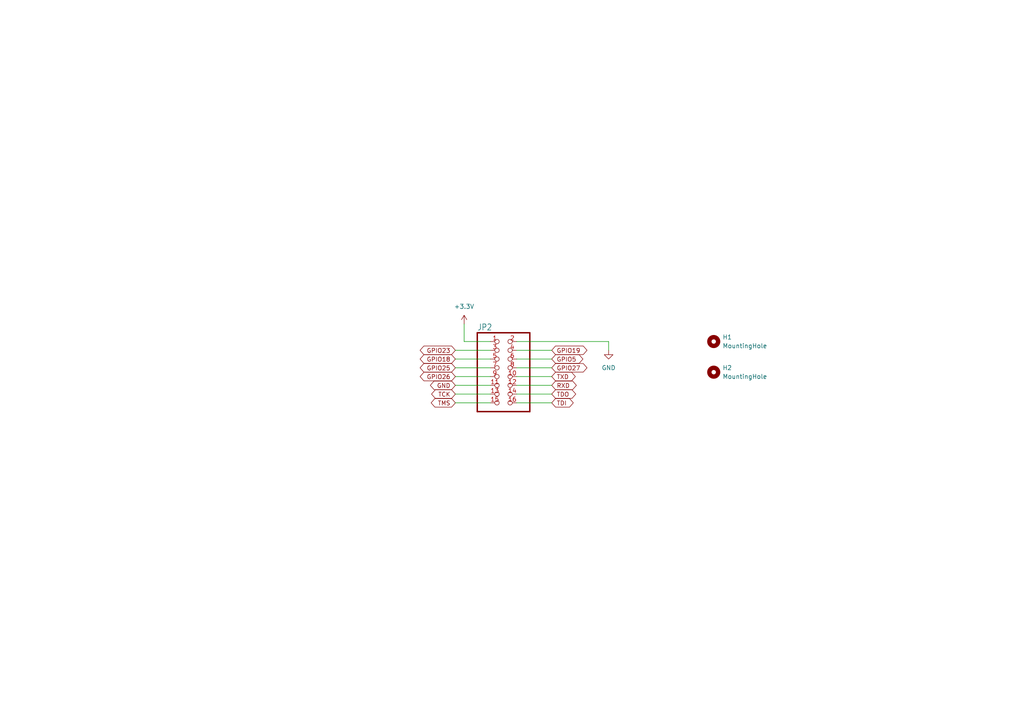
<source format=kicad_sch>
(kicad_sch (version 20230121) (generator eeschema)
  (paper "A4")
  (lib_symbols
    (symbol "Mechanical:MountingHole" (pin_names (offset 1.016))
      (property "Reference" "H" (at 0 5.08 0))
      (property "Value" "MountingHole" (at 0 3.175 0))
      (symbol "MountingHole_0_1"
        (circle (center 0 0) (radius 1.27) (stroke (width 1.27)))
      )
    )
    (symbol "controller-eagle-import:PINHD-2X8"
      (property "Reference" "JP" (at -6.35 10.795 0))
      (symbol "PINHD-2X8_1_0"
        (polyline (pts (xy -6.35 -12.7) (xy 8.89 -12.7)) (stroke (width 0.4064)))
        (polyline (pts (xy -6.35 10.16) (xy -6.35 -12.7)) (stroke (width 0.4064)))
        (polyline (pts (xy 8.89 -12.7) (xy 8.89 10.16)) (stroke (width 0.4064)))
        (polyline (pts (xy 8.89 10.16) (xy -6.35 10.16)) (stroke (width 0.4064)))
        (pin passive inverted (at -2.54 7.62 0) (length 2.54) (name "1") (number "1"))
        (pin passive inverted (at 5.08 -2.54 180) (length 2.54) (name "10") (number "10"))
        (pin passive inverted (at -2.54 -5.08 0) (length 2.54) (name "11") (number "11"))
        (pin passive inverted (at 5.08 -5.08 180) (length 2.54) (name "12") (number "12"))
        (pin passive inverted (at -2.54 -7.62 0) (length 2.54) (name "13") (number "13"))
        (pin passive inverted (at 5.08 -7.62 180) (length 2.54) (name "14") (number "14"))
        (pin passive inverted (at -2.54 -10.16 0) (length 2.54) (name "15") (number "15"))
        (pin passive inverted (at 5.08 -10.16 180) (length 2.54) (name "16") (number "16"))
        (pin passive inverted (at 5.08 7.62 180) (length 2.54) (name "2") (number "2"))
        (pin passive inverted (at -2.54 5.08 0) (length 2.54) (name "3") (number "3"))
        (pin passive inverted (at 5.08 5.08 180) (length 2.54) (name "4") (number "4"))
        (pin passive inverted (at -2.54 2.54 0) (length 2.54) (name "5") (number "5"))
        (pin passive inverted (at 5.08 2.54 180) (length 2.54) (name "6") (number "6"))
        (pin passive inverted (at -2.54 0 0) (length 2.54) (name "7") (number "7"))
        (pin passive inverted (at 5.08 0 180) (length 2.54) (name "8") (number "8"))
        (pin passive inverted (at -2.54 -2.54 0) (length 2.54) (name "9") (number "9"))
      )
    )
    (symbol "power:+3.3V" (power) (pin_names (offset 0))
      (property "Value" "+3.3V" (at 0 3.556 0))
      (symbol "+3.3V_0_1"
        (polyline (pts (xy -0.762 1.27) (xy 0 2.54)))
        (polyline (pts (xy 0 0) (xy 0 2.54)))
        (polyline (pts (xy 0 2.54) (xy 0.762 1.27)))
      )
      (symbol "+3.3V_1_1"
        (pin power_in line (at 0 0 90) (length 0) hide (name "+3.3V") (number "1"))
      )
    )
    (symbol "power:GND" (power) (pin_names (offset 0))
      (property "Value" "GND" (at 0 -3.81 0))
      (symbol "GND_0_1"
        (polyline (pts (xy 0 0) (xy 0 -1.27) (xy 1.27 -1.27) (xy 0 -2.54) (xy -1.27 -1.27) (xy 0 -1.27)))
      )
      (symbol "GND_1_1"
        (pin power_in line (at 0 0 270) (length 0) hide (name "GND") (number "1"))
      )
    )
  )
  (wire (pts (xy 149.86 106.68) (xy 160.02 106.68)) (stroke (width 0.1524)))
  (wire (pts (xy 149.86 116.84) (xy 160.02 116.84)) (stroke (width 0.1524)))
  (wire (pts (xy 142.24 101.6) (xy 132.08 101.6)) (stroke (width 0.1524)))
  (wire (pts (xy 149.86 99.06) (xy 176.53 99.06)) (stroke (width 0.1524)))
  (wire (pts (xy 142.24 116.84) (xy 132.08 116.84)) (stroke (width 0.1524)))
  (wire (pts (xy 149.86 109.22) (xy 160.02 109.22)) (stroke (width 0.1524)))
  (wire (pts (xy 142.24 106.68) (xy 132.08 106.68)) (stroke (width 0.1524)))
  (wire (pts (xy 142.24 104.14) (xy 132.08 104.14)) (stroke (width 0.1524)))
  (wire (pts (xy 176.53 99.06) (xy 176.53 101.6)) (stroke (width 0.1524)))
  (wire (pts (xy 149.86 101.6) (xy 160.02 101.6)) (stroke (width 0.1524)))
  (wire (pts (xy 149.86 111.76) (xy 160.02 111.76)) (stroke (width 0.1524)))
  (wire (pts (xy 149.86 104.14) (xy 160.02 104.14)) (stroke (width 0.1524)))
  (wire (pts (xy 134.62 99.06) (xy 134.62 93.98)) (stroke (width 0.1524)))
  (wire (pts (xy 142.24 109.22) (xy 132.08 109.22)) (stroke (width 0.1524)))
  (wire (pts (xy 142.24 99.06) (xy 134.62 99.06)) (stroke (width 0.1524)))
  (wire (pts (xy 142.24 111.76) (xy 132.08 111.76)) (stroke (width 0.1524)))
  (wire (pts (xy 149.86 114.3) (xy 160.02 114.3)) (stroke (width 0.1524)))
  (wire (pts (xy 142.24 114.3) (xy 132.08 114.3)) (stroke (width 0.1524)))
  (global_label "GPIO26" (shape bidirectional) (at 132.08 109.22 180) (effects (font (size 1.2446 1.2446))) (property "Intersheetrefs" "${INTERSHEET_REFS}" (effects hide)))
  (global_label "TXD" (shape bidirectional) (at 160.02 109.22 0) (effects (font (size 1.2446 1.2446))) (property "Intersheetrefs" "${INTERSHEET_REFS}" (effects hide)))
  (global_label "GPIO18" (shape bidirectional) (at 132.08 104.14 180) (effects (font (size 1.2446 1.2446))) (property "Intersheetrefs" "${INTERSHEET_REFS}" (effects hide)))
  (global_label "GPIO19" (shape bidirectional) (at 160.02 101.6 0) (effects (font (size 1.2446 1.2446))) (property "Intersheetrefs" "${INTERSHEET_REFS}" (effects hide)))
  (global_label "GPIO25" (shape bidirectional) (at 132.08 106.68 180) (effects (font (size 1.2446 1.2446))) (property "Intersheetrefs" "${INTERSHEET_REFS}" (effects hide)))
  (global_label "GPIO23" (shape bidirectional) (at 132.08 101.6 180) (effects (font (size 1.2446 1.2446))) (property "Intersheetrefs" "${INTERSHEET_REFS}" (effects hide)))
  (global_label "TDI" (shape bidirectional) (at 160.02 116.84 0) (effects (font (size 1.2446 1.2446))) (property "Intersheetrefs" "${INTERSHEET_REFS}" (effects hide)))
  (global_label "TCK" (shape bidirectional) (at 132.08 114.3 180) (effects (font (size 1.2446 1.2446))) (property "Intersheetrefs" "${INTERSHEET_REFS}" (effects hide)))
  (global_label "TMS" (shape bidirectional) (at 132.08 116.84 180) (effects (font (size 1.2446 1.2446))) (property "Intersheetrefs" "${INTERSHEET_REFS}" (effects hide)))
  (global_label "RXD" (shape bidirectional) (at 160.02 111.76 0) (effects (font (size 1.2446 1.2446))) (property "Intersheetrefs" "${INTERSHEET_REFS}" (effects hide)))
  (global_label "GND" (shape bidirectional) (at 132.08 111.76 180) (effects (font (size 1.2446 1.2446))) (property "Intersheetrefs" "${INTERSHEET_REFS}" (effects hide)))
  (global_label "GPIO5" (shape bidirectional) (at 160.02 104.14 0) (effects (font (size 1.2446 1.2446))) (property "Intersheetrefs" "${INTERSHEET_REFS}" (effects hide)))
  (global_label "GPIO27" (shape bidirectional) (at 160.02 106.68 0) (effects (font (size 1.2446 1.2446))) (property "Intersheetrefs" "${INTERSHEET_REFS}" (effects hide)))
  (global_label "TDO" (shape bidirectional) (at 160.02 114.3 0) (effects (font (size 1.2446 1.2446))) (property "Intersheetrefs" "${INTERSHEET_REFS}" (effects hide)))
  (symbol (lib_id "Mechanical:MountingHole") (at 207.01 99.06 0) (unit 1)
    (property "Reference" "H1" (at 209.55 97.79 0) (effects (justify left)))
    (property "Value" "MountingHole" (at 209.55 100.33 0) (effects (justify left)))
    (property "Footprint" "MountingHole:MountingHole_3.5mm" (effects hide))
  )
  (symbol (lib_id "Mechanical:MountingHole") (at 207.01 107.95 0) (unit 1)
    (property "Reference" "H2" (at 209.55 106.68 0) (effects (justify left)))
    (property "Value" "MountingHole" (at 209.55 109.22 0) (effects (justify left)))
    (property "Footprint" "MountingHole:MountingHole_3.5mm" (effects hide))
  )
  (symbol (lib_id "power:+3.3V") (at 134.62 93.98 0) (unit 1)
    (property "Reference" "#PWR033" (effects hide))
    (property "Value" "+3.3V" (at 134.62 88.9 0))
  )
  (symbol (lib_id "power:GND") (at 176.53 101.6 0) (unit 1)
    (property "Reference" "#PWR034" (effects hide))
    (property "Value" "GND" (at 176.53 106.68 0))
  )
  (symbol (lib_id "controller-eagle-import:PINHD-2X8") (at 144.78 106.68 0) (unit 1)
    (property "Reference" "JP2" (at 138.43 95.885 0) (effects (font (size 1.778 1.5113)) (justify left bottom)))
    (property "Value" "PINHD-2X8" (effects hide))
    (property "Footprint" "controller:2X08" (effects hide))
  )
)
</source>
